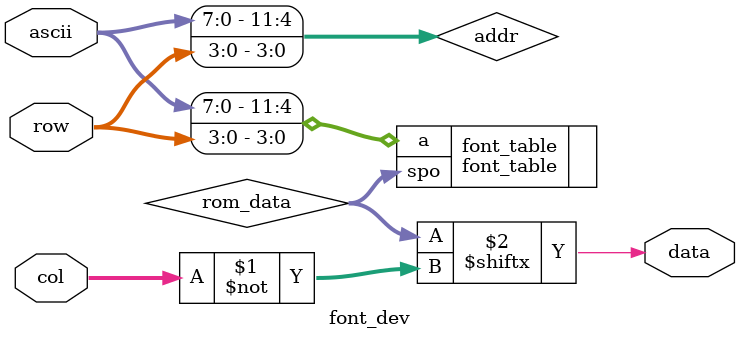
<source format=v>
`timescale 1ns / 1ps
module font_dev(
	input [7:0] ascii,
	input [3:0] row,
	input [2:0] col,
   
	output data
	);

	wire [11:0] addr;
	wire [7:0] rom_data;
    
	assign addr[11:0] = {ascii[7:0], row[3:0]};
	
    
	font_table font_table(
		.a(addr),
		.spo(rom_data));

	assign data = rom_data[~col[2:0]];

endmodule

</source>
